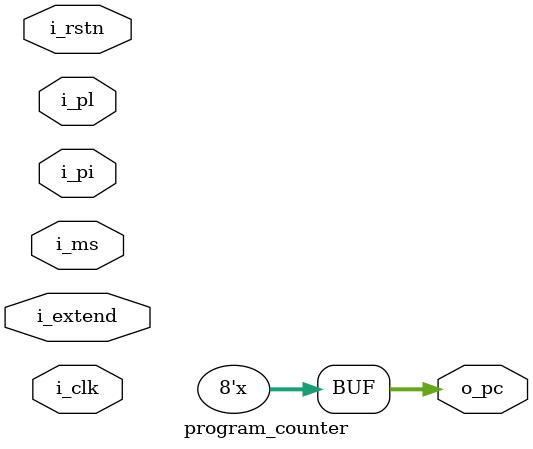
<source format=v>

module program_counter(
    input                            i_clk, 
    input                            i_rstn,
    input                [7:0]       i_extend,
    input                            i_pi, 
    input                            i_pl,
    input                            i_ms,
    output      reg      [7:0]       o_pc
    );
    
    reg     [7:0]       pc_temp;
    wire    [7:0]       extend;
    reg                 ms_flag;
    reg     [15:0]      swap_cnt;
    
always@(posedge i_clk or negedge i_rstn) begin
    if(!i_rstn)
        swap_cnt            <=  0;
    else begin
        if((o_pc==8'h0a)&&i_pi)
            swap_cnt        <=  swap_cnt    +   1'b1;
        else
            swap_cnt        <=  swap_cnt;
    end
end             
    
always@(posedge i_clk or negedge i_rstn) begin
    if(!i_rstn)
        ms_flag             <=  0;
    else
        ms_flag             <=  i_ms;
end
    
always@(posedge i_clk or negedge i_rstn) begin
    if(!i_rstn)
        o_pc                <=      0;
    else if(i_pi|i_pl) begin
        if(ms_flag) begin
            o_pc            <=      pc_temp     +   1'b1;
            pc_temp         <=      pc_temp     +   1'b1;
        end
        else if(i_pl)
            o_pc            <=      i_extend;
        else begin
            o_pc            <=      pc_temp;
        end
    end
end

always@(i_pi|i_ms) begin
    if(!i_rstn)
        pc_temp             =   0;
    else begin
        pc_temp = pc_temp + i_pi;
        if(i_ms) begin
                pc_temp     =   pc_temp     +   i_extend;
                o_pc        =   pc_temp;
                end
        else
                pc_temp     =   pc_temp;
    end      
end

endmodule
</source>
